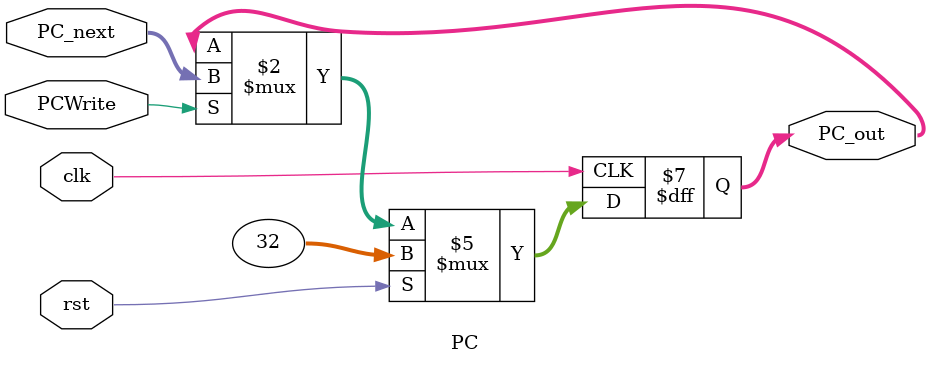
<source format=sv>
`timescale 1ns / 1ps


module PC(
    input  logic [31:0] PC_next,
    input  logic        clk, rst, PCWrite,
    output logic [31:0] PC_out
    );

    always_ff @( posedge clk ) begin
        if (rst) begin
            PC_out <= 32'h0000_0020;
        end
        else begin
            if (PCWrite) begin
                PC_out <= PC_next;
            end
        end
    end

endmodule

</source>
